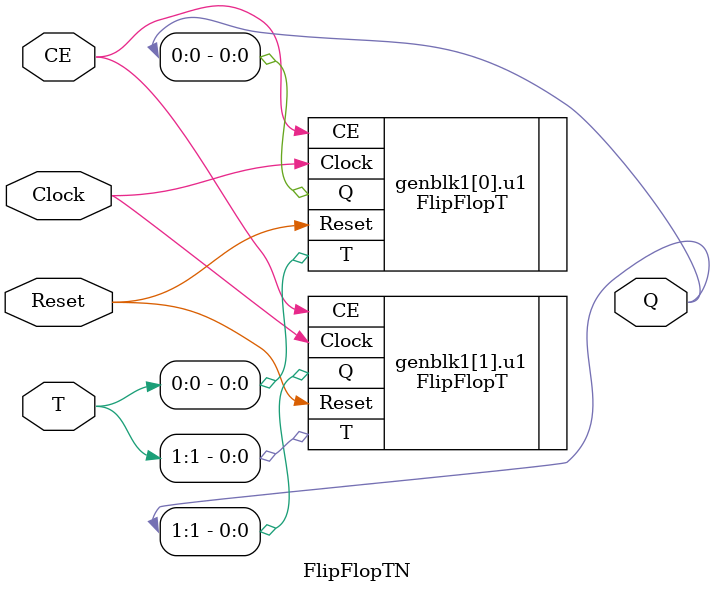
<source format=v>
`timescale 1ns / 1ps


module FlipFlopTN
#(parameter SIZE=2)
(
    input Clock,
    input Reset,
    input CE,
    input [SIZE-1:0] T,
    output [SIZE-1:0] Q
    );

genvar i;
generate 
for (i=0;i<SIZE;i=i+1) begin
    FlipFlopT u1 (
    .Clock(Clock),
    .Reset(Reset),
    .CE(CE),
    .T(T[i]),
    .Q(Q[i])
    );
end
endgenerate            

endmodule

</source>
